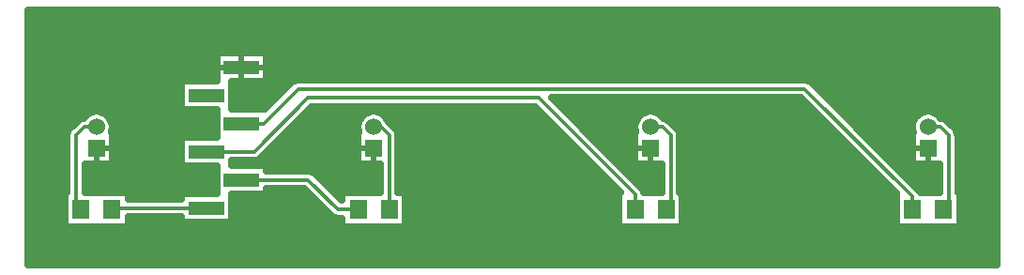
<source format=gbr>
G04 DipTrace 3.3.1.3*
G04 Top.gbr*
%MOIN*%
G04 #@! TF.FileFunction,Copper,L1,Top*
G04 #@! TF.Part,Single*
G04 #@! TA.AperFunction,Conductor*
%ADD13C,0.012*%
G04 #@! TA.AperFunction,CopperBalancing*
%ADD14C,0.025*%
%ADD15C,0.02*%
%ADD16R,0.062992X0.070866*%
%ADD18R,0.125197X0.05*%
G04 #@! TA.AperFunction,ComponentPad*
%ADD33C,0.06*%
%ADD34R,0.06X0.06*%
%FSLAX26Y26*%
G04*
G70*
G90*
G75*
G01*
G04 Top*
%LPD*%
X3838583Y923327D2*
D13*
X3882824D1*
X3912450Y893701D1*
Y648671D1*
X3893701Y629921D1*
X2909449D2*
X2924950D1*
Y893701D1*
X2895324Y923327D1*
X2854331D1*
X1870079D2*
X1895325D1*
X1925197Y893455D1*
Y629921D1*
X885827Y923327D2*
X842076D1*
X812450Y893701D1*
Y629921D1*
X830709D1*
X1401181Y935827D2*
X1479134D1*
X1602362Y1059055D1*
X3401575D1*
X3783465Y677165D1*
Y629921D1*
X1275984Y835827D2*
X1446063D1*
X1637795Y1027559D1*
X2456693D1*
X2799213Y685039D1*
Y629921D1*
X1401181Y735827D2*
X1638189D1*
X1744094Y629921D1*
X1814961D1*
X1275984Y635827D2*
X946850D1*
X940945Y629921D1*
X644940Y1313025D2*
D14*
X4079474D1*
X644940Y1288156D2*
X4079474D1*
X644940Y1263287D2*
X4079474D1*
X644940Y1238419D2*
X4079474D1*
X644940Y1213550D2*
X4079474D1*
X644940Y1188681D2*
X4079474D1*
X644940Y1163812D2*
X1309573D1*
X1492774D2*
X4079474D1*
X644940Y1138944D2*
X1309573D1*
X1492774D2*
X4079474D1*
X644940Y1114075D2*
X1309573D1*
X1492774D2*
X4079474D1*
X644940Y1089206D2*
X1309573D1*
X1492774D2*
X1587748D1*
X3416167D2*
X4079474D1*
X644940Y1064337D2*
X1184409D1*
X1367575D2*
X1559185D1*
X3444731D2*
X4079474D1*
X644940Y1039469D2*
X1184409D1*
X1367575D2*
X1534316D1*
X3469598D2*
X4079474D1*
X644940Y1014600D2*
X1184409D1*
X1367575D2*
X1509449D1*
X2518093D2*
X3397567D1*
X3494467D2*
X4079474D1*
X644940Y989731D2*
X1184409D1*
X1367575D2*
X1484581D1*
X1648404D2*
X2446062D1*
X2542962D2*
X3422434D1*
X3519335D2*
X4079474D1*
X644940Y964862D2*
X845054D1*
X926630D2*
X1309573D1*
X1623537D2*
X1829285D1*
X1910861D2*
X2470930D1*
X2567829D2*
X2813552D1*
X2895129D2*
X3447303D1*
X3544202D2*
X3797783D1*
X3879361D2*
X4079474D1*
X644940Y939993D2*
X810281D1*
X942311D2*
X1309573D1*
X1598669D2*
X1813604D1*
X1927117D2*
X2495798D1*
X2592697D2*
X2797870D1*
X2927101D2*
X3472171D1*
X3569070D2*
X3782102D1*
X3914598D2*
X4079474D1*
X644940Y915125D2*
X785521D1*
X944214D2*
X1309573D1*
X1573802D2*
X1811701D1*
X1951913D2*
X2520665D1*
X2617564D2*
X2795933D1*
X2951862D2*
X3497038D1*
X3593974D2*
X3780201D1*
X3939395D2*
X4079474D1*
X644940Y890256D2*
X777448D1*
X944823D2*
X1309573D1*
X1548933D2*
X1811092D1*
X1960202D2*
X2545533D1*
X2642433D2*
X2795323D1*
X2959936D2*
X3521906D1*
X3618841D2*
X3779591D1*
X3947433D2*
X4079474D1*
X644940Y865387D2*
X777448D1*
X944823D2*
X1184409D1*
X1524066D2*
X1811092D1*
X1960202D2*
X2570400D1*
X2667301D2*
X2795323D1*
X2959936D2*
X3546810D1*
X3643709D2*
X3779591D1*
X3947433D2*
X4079474D1*
X644940Y840518D2*
X777448D1*
X944823D2*
X1184409D1*
X1499198D2*
X1811092D1*
X1960202D2*
X2595269D1*
X2692168D2*
X2795323D1*
X2959936D2*
X3571677D1*
X3668576D2*
X3779591D1*
X3947433D2*
X4079474D1*
X644940Y815650D2*
X777448D1*
X944823D2*
X1184409D1*
X1474331D2*
X1811092D1*
X1960202D2*
X2620136D1*
X2717035D2*
X2795323D1*
X2959936D2*
X3596545D1*
X3693445D2*
X3779591D1*
X3947433D2*
X4079474D1*
X644940Y790781D2*
X777448D1*
X847433D2*
X1184409D1*
X1367575D2*
X1890217D1*
X1960202D2*
X2645004D1*
X2741940D2*
X2889949D1*
X2959936D2*
X3621412D1*
X3718312D2*
X3877446D1*
X3947433D2*
X4079474D1*
X644940Y765912D2*
X777448D1*
X847433D2*
X1309573D1*
X1652962D2*
X1890217D1*
X1960202D2*
X2669871D1*
X2766807D2*
X2889949D1*
X2959936D2*
X3646281D1*
X3743180D2*
X3877446D1*
X3947433D2*
X4079474D1*
X644940Y741043D2*
X777448D1*
X847433D2*
X1309573D1*
X1681419D2*
X1890217D1*
X1960202D2*
X2694776D1*
X2791675D2*
X2889949D1*
X2959936D2*
X3671148D1*
X3768047D2*
X3877446D1*
X3947433D2*
X4079474D1*
X644940Y716175D2*
X777448D1*
X847433D2*
X1309573D1*
X1706286D2*
X1890217D1*
X1960202D2*
X2719643D1*
X2816542D2*
X2889949D1*
X2959936D2*
X3696016D1*
X3792915D2*
X3877446D1*
X3947433D2*
X4079474D1*
X644940Y691306D2*
X770235D1*
X1001449D2*
X1309573D1*
X1492774D2*
X1634255D1*
X1731154D2*
X1754466D1*
X1985680D2*
X2738734D1*
X2969948D2*
X3720883D1*
X3954178D2*
X4079474D1*
X644940Y666437D2*
X770235D1*
X1367575D2*
X1659122D1*
X1985680D2*
X2738734D1*
X2969948D2*
X3722965D1*
X3954178D2*
X4079474D1*
X644940Y641568D2*
X770235D1*
X1367575D2*
X1683990D1*
X1985680D2*
X2738734D1*
X2969948D2*
X3722965D1*
X3954178D2*
X4079474D1*
X644940Y616699D2*
X770235D1*
X1367575D2*
X1708857D1*
X1985680D2*
X2738734D1*
X2969948D2*
X3722965D1*
X3954178D2*
X4079474D1*
X644940Y591831D2*
X770235D1*
X1001449D2*
X1184409D1*
X1367575D2*
X1754466D1*
X1985680D2*
X2738734D1*
X2969948D2*
X3722965D1*
X3954178D2*
X4079474D1*
X644940Y566962D2*
X4079474D1*
X644940Y542093D2*
X4079474D1*
X644940Y517224D2*
X4079474D1*
X644940Y492356D2*
X4079474D1*
X644940Y467487D2*
X4079474D1*
X644940Y442618D2*
X4079474D1*
X1196080Y687319D2*
X1312093D1*
X1312091Y784344D1*
X1186894Y784335D1*
Y887319D1*
X1312093D1*
X1312091Y984344D1*
X1186894Y984335D1*
Y1087319D1*
X1312093D1*
X1312091Y1187319D1*
X1490272D1*
Y1084335D1*
X1365072D1*
X1365075Y987310D1*
X1484657Y987319D1*
X1581260Y1083762D1*
X1585385Y1086760D1*
X1589928Y1089073D1*
X1594777Y1090650D1*
X1599812Y1091448D1*
X1666667Y1091547D1*
X3404125Y1091448D1*
X3409160Y1090650D1*
X3414009Y1089073D1*
X3418552Y1086760D1*
X3422677Y1083762D1*
X3470020Y1036560D1*
X3808172Y698268D1*
X3811169Y694143D1*
X3812420Y691907D1*
X3879958Y691846D1*
Y791812D1*
X3782091Y791835D1*
Y904819D1*
X3785213D1*
X3783651Y910139D1*
X3782265Y918895D1*
Y927759D1*
X3783651Y936514D1*
X3786391Y944945D1*
X3790415Y952844D1*
X3795626Y960016D1*
X3801894Y966283D1*
X3809066Y971495D1*
X3816965Y975518D1*
X3825395Y978259D1*
X3834151Y979644D1*
X3843014D1*
X3851770Y978259D1*
X3860201Y975518D1*
X3868100Y971495D1*
X3875272Y966283D1*
X3881539Y960016D1*
X3884797Y955769D1*
X3890409Y954921D1*
X3895259Y953345D1*
X3899802Y951031D1*
X3903927Y948034D1*
X3935425Y916676D1*
X3938738Y912799D1*
X3941402Y908451D1*
X3943352Y903741D1*
X3944542Y898783D1*
X3944942Y893701D1*
Y691852D1*
X3951689Y691846D1*
Y567996D1*
X3725476D1*
Y689199D1*
X3388126Y1026552D1*
X2503644Y1026563D1*
X2823920Y706142D1*
X2826917Y702017D1*
X2829231Y697474D1*
X2830808Y692614D1*
X2833088Y691846D1*
X2892476D1*
X2892450Y791835D1*
X2797839D1*
Y904819D1*
X2800961D1*
X2799399Y910139D1*
X2798013Y918895D1*
Y927759D1*
X2799399Y936514D1*
X2802139Y944945D1*
X2806163Y952844D1*
X2811374Y960016D1*
X2817642Y966283D1*
X2824814Y971495D1*
X2832713Y975518D1*
X2841143Y978259D1*
X2849899Y979644D1*
X2858762D1*
X2867518Y978259D1*
X2875949Y975518D1*
X2883848Y971495D1*
X2891020Y966283D1*
X2897287Y960016D1*
X2900833Y955336D1*
X2905365Y954228D1*
X2910075Y952278D1*
X2914423Y949614D1*
X2918306Y946295D1*
X2949657Y914803D1*
X2952655Y910678D1*
X2954969Y906135D1*
X2956545Y901286D1*
X2957343Y896251D1*
X2957442Y829396D1*
Y691852D1*
X2967437Y691846D1*
Y567996D1*
X2741224D1*
Y691846D1*
X2746428D1*
X2443255Y995046D1*
X1651273Y995067D1*
X1467165Y811119D1*
X1463041Y808122D1*
X1458497Y805808D1*
X1453648Y804232D1*
X1448613Y803434D1*
X1381759Y803335D1*
X1365072D1*
X1365075Y787310D1*
X1490272Y787319D1*
Y768336D1*
X1640739Y768219D1*
X1645774Y767421D1*
X1650623Y765845D1*
X1655167Y763531D1*
X1659291Y760534D1*
X1706635Y713332D1*
X1756951Y663016D1*
X1756972Y691846D1*
X1892723D1*
X1892705Y791866D1*
X1813587Y791835D1*
Y904819D1*
X1816709D1*
X1815147Y910139D1*
X1813761Y918895D1*
Y927759D1*
X1815147Y936514D1*
X1817887Y944945D1*
X1821911Y952844D1*
X1827122Y960016D1*
X1833390Y966283D1*
X1840562Y971495D1*
X1848461Y975518D1*
X1856891Y978259D1*
X1865647Y979644D1*
X1874510D1*
X1883266Y978259D1*
X1891697Y975518D1*
X1899596Y971495D1*
X1906768Y966283D1*
X1913035Y960016D1*
X1918247Y952844D1*
X1922270Y944945D1*
X1923801Y940801D1*
X1949904Y914558D1*
X1952902Y910433D1*
X1955215Y905890D1*
X1956791Y901041D1*
X1957589Y896005D1*
X1957689Y829151D1*
Y691822D1*
X1983185Y691846D1*
Y567996D1*
X1756972D1*
Y597457D1*
X1741545Y597529D1*
X1736509Y598327D1*
X1731660Y599903D1*
X1727117Y602217D1*
X1722992Y605214D1*
X1675648Y652416D1*
X1624723Y703341D1*
X1490239Y703335D1*
X1490272Y684335D1*
X1365072D1*
X1365075Y584335D1*
X1186894D1*
Y603318D1*
X998923Y603335D1*
X998933Y567996D1*
X772720D1*
Y691846D1*
X779933D1*
X780058Y896251D1*
X780856Y901286D1*
X782432Y906135D1*
X784745Y910678D1*
X787743Y914803D1*
X819101Y946302D1*
X822978Y949613D1*
X827325Y952277D1*
X832035Y954228D1*
X836993Y955419D1*
X839537Y955719D1*
X842870Y960016D1*
X849138Y966283D1*
X856310Y971495D1*
X864209Y975518D1*
X872639Y978259D1*
X881395Y979644D1*
X890259D1*
X899014Y978259D1*
X907445Y975518D1*
X915344Y971495D1*
X922516Y966283D1*
X928783Y960016D1*
X933995Y952844D1*
X938018Y944945D1*
X940759Y936514D1*
X942144Y927759D1*
Y918895D1*
X940759Y910139D1*
X939164Y904814D1*
X942319Y904819D1*
Y791835D1*
X844937D1*
X844942Y691852D1*
X998933Y691846D1*
Y668343D1*
X1186879Y668319D1*
X1186894Y687319D1*
X1196080D1*
X642445Y433760D2*
X4082016D1*
X4081988Y1337921D1*
X642394Y1337894D1*
X642421Y433732D1*
X1401181Y1187283D2*
D15*
Y1084370D1*
X1312126Y1135827D2*
X1490236D1*
X3838583Y848327D2*
Y791870D1*
X3782126Y848327D2*
X3838583D1*
X2854331D2*
Y791870D1*
X2797874Y848327D2*
X2854331D1*
X1870079D2*
Y791870D1*
X1813622Y848327D2*
X1870079D1*
X885827D2*
Y791870D1*
Y848327D2*
X942283D1*
D16*
X3893701Y629921D3*
X3783465D3*
X2909449D3*
X2799213D3*
X1925197D3*
X1814961D3*
X830709D3*
X940945D3*
D18*
X1275984Y635827D3*
X1401181Y735827D3*
X1275984Y835827D3*
X1401181Y935827D3*
X1275984Y1035827D3*
X1401181Y1135827D3*
D33*
X3838583Y923327D3*
D34*
Y848327D3*
D33*
X2854331Y923327D3*
D34*
Y848327D3*
D33*
X1870079Y923327D3*
D34*
Y848327D3*
D33*
X885827Y923327D3*
D34*
Y848327D3*
M02*

</source>
